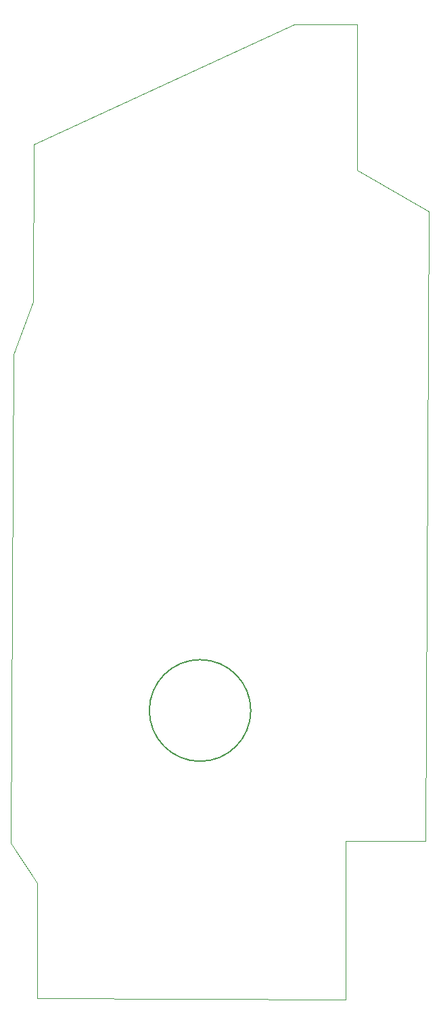
<source format=gbr>
%TF.GenerationSoftware,KiCad,Pcbnew,(5.1.6)-1*%
%TF.CreationDate,2020-12-18T20:13:03+11:00*%
%TF.ProjectId,SIM PWR PCB V2,53494d20-5057-4522-9050-43422056322e,rev?*%
%TF.SameCoordinates,Original*%
%TF.FileFunction,Profile,NP*%
%FSLAX46Y46*%
G04 Gerber Fmt 4.6, Leading zero omitted, Abs format (unit mm)*
G04 Created by KiCad (PCBNEW (5.1.6)-1) date 2020-12-18 20:13:03*
%MOMM*%
%LPD*%
G01*
G04 APERTURE LIST*
%TA.AperFunction,Profile*%
%ADD10C,0.050000*%
%TD*%
%TA.AperFunction,Profile*%
%ADD11C,0.200000*%
%TD*%
G04 APERTURE END LIST*
D10*
X138353800Y-140944600D02*
X148386800Y-140944600D01*
X138353800Y-160705800D02*
X138353800Y-140944600D01*
X99796600Y-160553400D02*
X138353800Y-160705800D01*
X99796600Y-152831800D02*
X99796600Y-160553400D01*
X99796600Y-146177000D02*
X99796600Y-152831800D01*
X96443800Y-141173200D02*
X99796600Y-146177000D01*
X96824800Y-80086200D02*
X96443800Y-141173200D01*
X99288600Y-73507600D02*
X96824800Y-80086200D01*
X99314000Y-53898800D02*
X99288600Y-73507600D01*
X131978400Y-38912800D02*
X99314000Y-53898800D01*
X139801600Y-38912800D02*
X131978400Y-38912800D01*
X139852400Y-57124600D02*
X139801600Y-38912800D01*
X148767800Y-62230000D02*
X139852400Y-57124600D01*
X148386800Y-140944600D02*
X148767800Y-62230000D01*
D11*
X126501868Y-124607291D02*
G75*
G03*
X126501868Y-124607291I-6350000J0D01*
G01*
M02*

</source>
